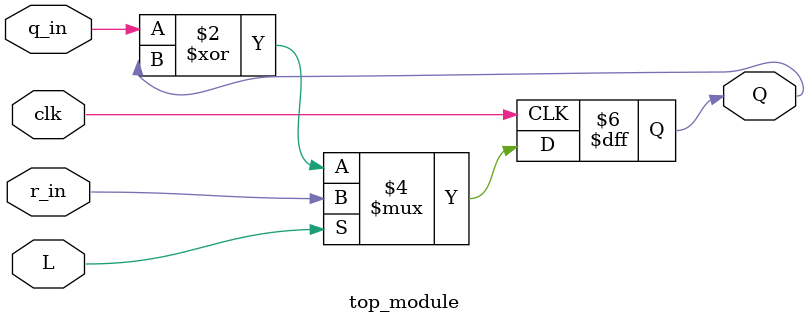
<source format=sv>
module full_module(
    input [2:0] r,
    input L,
    input clk,
    output reg [2:0] q
);

// Instance of the top_module for each bit of q and r
top_module top_inst0 (.clk(clk), .L(L), .q_in(q[0]), .r_in(r[0]), .Q(q[0]));
top_module top_inst1 (.clk(clk), .L(L), .q_in(q[1]), .r_in(r[1]), .Q(q[1]));
top_module top_inst2 (.clk(clk), .L(L), .q_in(q[2]), .r_in(r[2]), .Q(q[2]));

endmodule
module top_module(
	input clk,
	input L,
	input q_in,
	input r_in,
	output reg Q
);

always @(posedge clk) begin
    if (L) begin
        Q <= r_in;
    end else begin
        Q <= q_in ^ Q;
    end
end

endmodule

</source>
